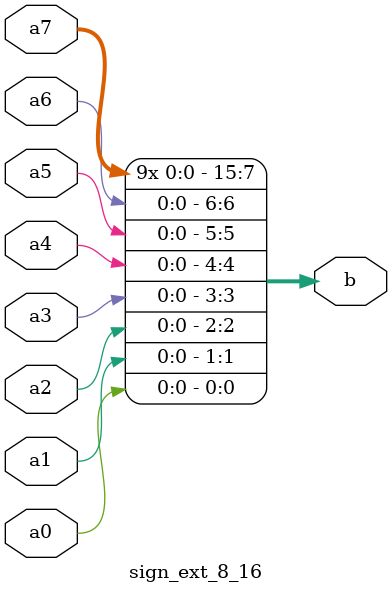
<source format=v>
module sign_ext_8_16(a0,a1,a2,a3,a4,a5,a6,a7,b);
input a0,a1,a2,a3,a4,a5,a6,a7;
output reg [15:0]b;
always@(*)
begin
b[0]=a0;
b[1]=a1;
b[2]=a2;
b[3]=a3;
b[4]=a4;
b[5]=a5;
b[6]=a6;
b[7]=a7;
b[8]=a7;
b[9]=a7;
b[10]=a7;
b[11]=a7;
b[12]=a7;
b[13]=a7;
b[14]=a7;
b[15]=a7;
end
endmodule
</source>
